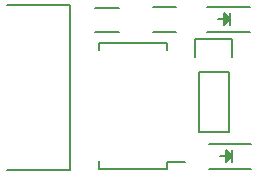
<source format=gto>
G04 #@! TF.FileFunction,Legend,Top*
%FSLAX46Y46*%
G04 Gerber Fmt 4.6, Leading zero omitted, Abs format (unit mm)*
G04 Created by KiCad (PCBNEW 4.0.4+e1-6308~48~ubuntu16.04.1-stable) date Mon Dec 19 21:15:10 2016*
%MOMM*%
%LPD*%
G01*
G04 APERTURE LIST*
%ADD10C,0.100000*%
%ADD11C,0.150000*%
G04 APERTURE END LIST*
D10*
D11*
X21050000Y14400000D02*
X17450000Y14400000D01*
X21050000Y12300000D02*
X17450000Y12300000D01*
X19000000Y13050000D02*
X19000000Y13650000D01*
X19000000Y13650000D02*
X19300000Y13350000D01*
X19300000Y13350000D02*
X19100000Y13150000D01*
X19100000Y13150000D02*
X19100000Y13400000D01*
X19100000Y13400000D02*
X19150000Y13350000D01*
X19400000Y12850000D02*
X19400000Y13850000D01*
X18900000Y13350000D02*
X18400000Y13350000D01*
X19400000Y13350000D02*
X18900000Y12850000D01*
X18900000Y12850000D02*
X18900000Y13850000D01*
X18900000Y13850000D02*
X19400000Y13350000D01*
X14005000Y705000D02*
X14005000Y1280000D01*
X8255000Y705000D02*
X8255000Y1355000D01*
X8255000Y11355000D02*
X8255000Y10705000D01*
X14005000Y11355000D02*
X14005000Y10705000D01*
X14005000Y705000D02*
X8255000Y705000D01*
X14005000Y11355000D02*
X8255000Y11355000D01*
X14005000Y1280000D02*
X15605000Y1280000D01*
X9940000Y14335000D02*
X7940000Y14335000D01*
X7940000Y12285000D02*
X9940000Y12285000D01*
X14840000Y14345000D02*
X12840000Y14345000D01*
X12840000Y12295000D02*
X14840000Y12295000D01*
X21160000Y2798000D02*
X17560000Y2798000D01*
X21160000Y698000D02*
X17560000Y698000D01*
X19110000Y1448000D02*
X19110000Y2048000D01*
X19110000Y2048000D02*
X19410000Y1748000D01*
X19410000Y1748000D02*
X19210000Y1548000D01*
X19210000Y1548000D02*
X19210000Y1798000D01*
X19210000Y1798000D02*
X19260000Y1748000D01*
X19510000Y1248000D02*
X19510000Y2248000D01*
X19010000Y1748000D02*
X18510000Y1748000D01*
X19510000Y1748000D02*
X19010000Y1248000D01*
X19010000Y1248000D02*
X19010000Y2248000D01*
X19010000Y2248000D02*
X19510000Y1748000D01*
X500000Y14590000D02*
X5800000Y14590000D01*
X5800000Y14590000D02*
X5800000Y590000D01*
X5800000Y590000D02*
X500000Y590000D01*
X16724000Y8860000D02*
X16724000Y3780000D01*
X16724000Y3780000D02*
X19264000Y3780000D01*
X19264000Y3780000D02*
X19264000Y8860000D01*
X19544000Y11680000D02*
X19544000Y10130000D01*
X19264000Y8860000D02*
X16724000Y8860000D01*
X16444000Y10130000D02*
X16444000Y11680000D01*
X16444000Y11680000D02*
X19544000Y11680000D01*
M02*

</source>
